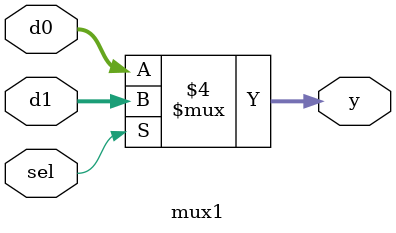
<source format=v>
module mux1(d0,d1,sel,y);
 input [1:0]d0;
 input [1:0]d1;
 input sel;
 output reg [1:0]y;
 always@(*) begin
  if(!sel) begin
   y=d0;
  end
  else begin
   y=d1;
  end
 end
endmodule
</source>
